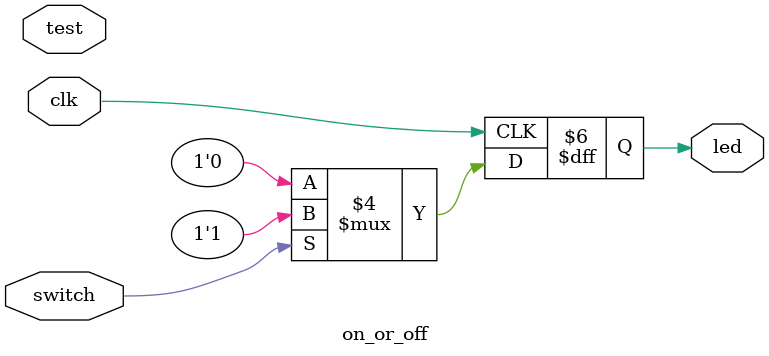
<source format=v>
`timescale 1ns / 1ps


module on_or_off(
    input clk,
    input switch,
    inout test,
    output reg led
    );
    

always @(posedge clk)
begin
    if(switch == 1'b0)   
        led <= 1'b0;
    else
        led <= 1'b1;
end
       

endmodule

</source>
